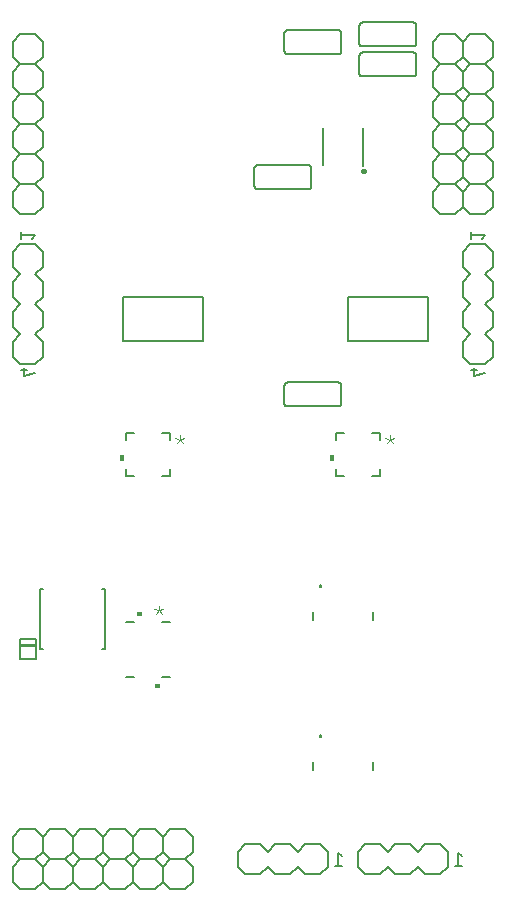
<source format=gbo>
G75*
%MOIN*%
%OFA0B0*%
%FSLAX25Y25*%
%IPPOS*%
%LPD*%
%AMOC8*
5,1,8,0,0,1.08239X$1,22.5*
%
%ADD10C,0.00600*%
%ADD11C,0.00100*%
%ADD12C,0.00300*%
%ADD13C,0.00500*%
%ADD14C,0.00800*%
%ADD15C,0.01200*%
D10*
X0008200Y0008500D02*
X0010700Y0006000D01*
X0015700Y0006000D01*
X0018200Y0008500D01*
X0020700Y0006000D01*
X0025700Y0006000D01*
X0028200Y0008500D01*
X0030700Y0006000D01*
X0035700Y0006000D01*
X0038200Y0008500D01*
X0040700Y0006000D01*
X0045700Y0006000D01*
X0048200Y0008500D01*
X0050700Y0006000D01*
X0055700Y0006000D01*
X0058200Y0008500D01*
X0060700Y0006000D01*
X0065700Y0006000D01*
X0068200Y0008500D01*
X0068200Y0013500D01*
X0065700Y0016000D01*
X0060700Y0016000D01*
X0058200Y0013500D01*
X0055700Y0016000D01*
X0050700Y0016000D01*
X0048200Y0013500D01*
X0045700Y0016000D01*
X0040700Y0016000D01*
X0038200Y0013500D01*
X0038200Y0008500D01*
X0038200Y0013500D01*
X0035700Y0016000D01*
X0030700Y0016000D01*
X0028200Y0013500D01*
X0025700Y0016000D01*
X0020700Y0016000D01*
X0018200Y0013500D01*
X0015700Y0016000D01*
X0010700Y0016000D01*
X0008200Y0013500D01*
X0008200Y0008500D01*
X0010700Y0016000D02*
X0008200Y0018500D01*
X0008200Y0023500D01*
X0010700Y0026000D01*
X0015700Y0026000D01*
X0018200Y0023500D01*
X0020700Y0026000D01*
X0025700Y0026000D01*
X0028200Y0023500D01*
X0028200Y0018500D01*
X0025700Y0016000D01*
X0020700Y0016000D01*
X0018200Y0018500D01*
X0018200Y0023500D01*
X0018200Y0018500D02*
X0015700Y0016000D01*
X0010700Y0016000D01*
X0018200Y0013500D02*
X0018200Y0008500D01*
X0028200Y0008500D02*
X0028200Y0013500D01*
X0030700Y0016000D02*
X0035700Y0016000D01*
X0038200Y0018500D01*
X0040700Y0016000D01*
X0045700Y0016000D01*
X0048200Y0018500D01*
X0050700Y0016000D01*
X0055700Y0016000D01*
X0058200Y0018500D01*
X0060700Y0016000D01*
X0065700Y0016000D01*
X0068200Y0018500D01*
X0068200Y0023500D01*
X0065700Y0026000D01*
X0060700Y0026000D01*
X0058200Y0023500D01*
X0055700Y0026000D01*
X0050700Y0026000D01*
X0048200Y0023500D01*
X0045700Y0026000D01*
X0040700Y0026000D01*
X0038200Y0023500D01*
X0035700Y0026000D01*
X0030700Y0026000D01*
X0028200Y0023500D01*
X0028200Y0018500D02*
X0030700Y0016000D01*
X0038200Y0018500D02*
X0038200Y0023500D01*
X0048200Y0023500D02*
X0048200Y0018500D01*
X0048200Y0013500D02*
X0048200Y0008500D01*
X0058200Y0008500D02*
X0058200Y0013500D01*
X0058200Y0018500D02*
X0058200Y0023500D01*
X0083200Y0018500D02*
X0083200Y0013500D01*
X0085700Y0011000D01*
X0090700Y0011000D01*
X0093200Y0013500D01*
X0095700Y0011000D01*
X0100700Y0011000D01*
X0103200Y0013500D01*
X0105700Y0011000D01*
X0110700Y0011000D01*
X0113200Y0013500D01*
X0113200Y0018500D01*
X0110700Y0021000D01*
X0105700Y0021000D01*
X0103200Y0018500D01*
X0100700Y0021000D01*
X0095700Y0021000D01*
X0093200Y0018500D01*
X0090700Y0021000D01*
X0085700Y0021000D01*
X0083200Y0018500D01*
X0108200Y0045900D02*
X0108200Y0048600D01*
X0110700Y0056800D02*
X0110666Y0056802D01*
X0110633Y0056808D01*
X0110601Y0056817D01*
X0110570Y0056830D01*
X0110540Y0056846D01*
X0110513Y0056865D01*
X0110488Y0056888D01*
X0110465Y0056913D01*
X0110446Y0056940D01*
X0110430Y0056970D01*
X0110417Y0057001D01*
X0110408Y0057033D01*
X0110402Y0057066D01*
X0110400Y0057100D01*
X0110402Y0057134D01*
X0110408Y0057167D01*
X0110417Y0057199D01*
X0110430Y0057230D01*
X0110446Y0057260D01*
X0110465Y0057287D01*
X0110488Y0057312D01*
X0110513Y0057335D01*
X0110540Y0057354D01*
X0110570Y0057370D01*
X0110601Y0057383D01*
X0110633Y0057392D01*
X0110666Y0057398D01*
X0110700Y0057400D01*
X0110734Y0057398D01*
X0110767Y0057392D01*
X0110799Y0057383D01*
X0110830Y0057370D01*
X0110860Y0057354D01*
X0110887Y0057335D01*
X0110912Y0057312D01*
X0110935Y0057287D01*
X0110954Y0057260D01*
X0110970Y0057230D01*
X0110983Y0057199D01*
X0110992Y0057167D01*
X0110998Y0057134D01*
X0111000Y0057100D01*
X0110998Y0057066D01*
X0110992Y0057033D01*
X0110983Y0057001D01*
X0110970Y0056970D01*
X0110954Y0056940D01*
X0110935Y0056913D01*
X0110912Y0056888D01*
X0110887Y0056865D01*
X0110860Y0056846D01*
X0110830Y0056830D01*
X0110799Y0056817D01*
X0110767Y0056808D01*
X0110734Y0056802D01*
X0110700Y0056800D01*
X0128200Y0048600D02*
X0128200Y0045900D01*
X0125700Y0021000D02*
X0123200Y0018500D01*
X0123200Y0013500D01*
X0125700Y0011000D01*
X0130700Y0011000D01*
X0133200Y0013500D01*
X0135700Y0011000D01*
X0140700Y0011000D01*
X0143200Y0013500D01*
X0145700Y0011000D01*
X0150700Y0011000D01*
X0153200Y0013500D01*
X0153200Y0018500D01*
X0150700Y0021000D01*
X0145700Y0021000D01*
X0143200Y0018500D01*
X0140700Y0021000D01*
X0135700Y0021000D01*
X0133200Y0018500D01*
X0130700Y0021000D01*
X0125700Y0021000D01*
X0128200Y0095900D02*
X0128200Y0098600D01*
X0110700Y0106800D02*
X0110666Y0106802D01*
X0110633Y0106808D01*
X0110601Y0106817D01*
X0110570Y0106830D01*
X0110540Y0106846D01*
X0110513Y0106865D01*
X0110488Y0106888D01*
X0110465Y0106913D01*
X0110446Y0106940D01*
X0110430Y0106970D01*
X0110417Y0107001D01*
X0110408Y0107033D01*
X0110402Y0107066D01*
X0110400Y0107100D01*
X0110402Y0107134D01*
X0110408Y0107167D01*
X0110417Y0107199D01*
X0110430Y0107230D01*
X0110446Y0107260D01*
X0110465Y0107287D01*
X0110488Y0107312D01*
X0110513Y0107335D01*
X0110540Y0107354D01*
X0110570Y0107370D01*
X0110601Y0107383D01*
X0110633Y0107392D01*
X0110666Y0107398D01*
X0110700Y0107400D01*
X0110734Y0107398D01*
X0110767Y0107392D01*
X0110799Y0107383D01*
X0110830Y0107370D01*
X0110860Y0107354D01*
X0110887Y0107335D01*
X0110912Y0107312D01*
X0110935Y0107287D01*
X0110954Y0107260D01*
X0110970Y0107230D01*
X0110983Y0107199D01*
X0110992Y0107167D01*
X0110998Y0107134D01*
X0111000Y0107100D01*
X0110998Y0107066D01*
X0110992Y0107033D01*
X0110983Y0107001D01*
X0110970Y0106970D01*
X0110954Y0106940D01*
X0110935Y0106913D01*
X0110912Y0106888D01*
X0110887Y0106865D01*
X0110860Y0106846D01*
X0110830Y0106830D01*
X0110799Y0106817D01*
X0110767Y0106808D01*
X0110734Y0106802D01*
X0110700Y0106800D01*
X0108200Y0098600D02*
X0108200Y0095900D01*
X0116000Y0143800D02*
X0118400Y0143800D01*
X0116000Y0143800D02*
X0116000Y0146200D01*
X0116000Y0155800D02*
X0116000Y0158200D01*
X0118400Y0158200D01*
X0116700Y0167000D02*
X0099700Y0167000D01*
X0099640Y0167002D01*
X0099579Y0167007D01*
X0099520Y0167016D01*
X0099461Y0167029D01*
X0099402Y0167045D01*
X0099345Y0167065D01*
X0099290Y0167088D01*
X0099235Y0167115D01*
X0099183Y0167144D01*
X0099132Y0167177D01*
X0099083Y0167213D01*
X0099037Y0167251D01*
X0098993Y0167293D01*
X0098951Y0167337D01*
X0098913Y0167383D01*
X0098877Y0167432D01*
X0098844Y0167483D01*
X0098815Y0167535D01*
X0098788Y0167590D01*
X0098765Y0167645D01*
X0098745Y0167702D01*
X0098729Y0167761D01*
X0098716Y0167820D01*
X0098707Y0167879D01*
X0098702Y0167940D01*
X0098700Y0168000D01*
X0098700Y0174000D01*
X0098702Y0174060D01*
X0098707Y0174121D01*
X0098716Y0174180D01*
X0098729Y0174239D01*
X0098745Y0174298D01*
X0098765Y0174355D01*
X0098788Y0174410D01*
X0098815Y0174465D01*
X0098844Y0174517D01*
X0098877Y0174568D01*
X0098913Y0174617D01*
X0098951Y0174663D01*
X0098993Y0174707D01*
X0099037Y0174749D01*
X0099083Y0174787D01*
X0099132Y0174823D01*
X0099183Y0174856D01*
X0099235Y0174885D01*
X0099290Y0174912D01*
X0099345Y0174935D01*
X0099402Y0174955D01*
X0099461Y0174971D01*
X0099520Y0174984D01*
X0099579Y0174993D01*
X0099640Y0174998D01*
X0099700Y0175000D01*
X0116700Y0175000D01*
X0116760Y0174998D01*
X0116821Y0174993D01*
X0116880Y0174984D01*
X0116939Y0174971D01*
X0116998Y0174955D01*
X0117055Y0174935D01*
X0117110Y0174912D01*
X0117165Y0174885D01*
X0117217Y0174856D01*
X0117268Y0174823D01*
X0117317Y0174787D01*
X0117363Y0174749D01*
X0117407Y0174707D01*
X0117449Y0174663D01*
X0117487Y0174617D01*
X0117523Y0174568D01*
X0117556Y0174517D01*
X0117585Y0174465D01*
X0117612Y0174410D01*
X0117635Y0174355D01*
X0117655Y0174298D01*
X0117671Y0174239D01*
X0117684Y0174180D01*
X0117693Y0174121D01*
X0117698Y0174060D01*
X0117700Y0174000D01*
X0117700Y0168000D01*
X0117698Y0167940D01*
X0117693Y0167879D01*
X0117684Y0167820D01*
X0117671Y0167761D01*
X0117655Y0167702D01*
X0117635Y0167645D01*
X0117612Y0167590D01*
X0117585Y0167535D01*
X0117556Y0167483D01*
X0117523Y0167432D01*
X0117487Y0167383D01*
X0117449Y0167337D01*
X0117407Y0167293D01*
X0117363Y0167251D01*
X0117317Y0167213D01*
X0117268Y0167177D01*
X0117217Y0167144D01*
X0117165Y0167115D01*
X0117110Y0167088D01*
X0117055Y0167065D01*
X0116998Y0167045D01*
X0116939Y0167029D01*
X0116880Y0167016D01*
X0116821Y0167007D01*
X0116760Y0167002D01*
X0116700Y0167000D01*
X0128000Y0158200D02*
X0130400Y0158200D01*
X0130400Y0155800D01*
X0130400Y0146200D02*
X0130400Y0143800D01*
X0128000Y0143800D01*
X0120000Y0188700D02*
X0120000Y0203300D01*
X0146400Y0203300D01*
X0146400Y0188700D01*
X0120000Y0188700D01*
X0150700Y0231000D02*
X0148200Y0233500D01*
X0148200Y0238500D01*
X0150700Y0241000D01*
X0148200Y0243500D01*
X0148200Y0248500D01*
X0150700Y0251000D01*
X0155700Y0251000D01*
X0158200Y0248500D01*
X0158200Y0243500D01*
X0160700Y0241000D01*
X0158200Y0238500D01*
X0158200Y0233500D01*
X0160700Y0231000D01*
X0165700Y0231000D01*
X0168200Y0233500D01*
X0168200Y0238500D01*
X0165700Y0241000D01*
X0168200Y0243500D01*
X0168200Y0248500D01*
X0165700Y0251000D01*
X0160700Y0251000D01*
X0158200Y0248500D01*
X0158200Y0243500D01*
X0155700Y0241000D01*
X0150700Y0241000D01*
X0155700Y0241000D02*
X0158200Y0238500D01*
X0158200Y0233500D01*
X0155700Y0231000D01*
X0150700Y0231000D01*
X0160700Y0221000D02*
X0158200Y0218500D01*
X0158200Y0213500D01*
X0160700Y0211000D01*
X0158200Y0208500D01*
X0158200Y0203500D01*
X0160700Y0201000D01*
X0158200Y0198500D01*
X0158200Y0193500D01*
X0160700Y0191000D01*
X0158200Y0188500D01*
X0158200Y0183500D01*
X0160700Y0181000D01*
X0165700Y0181000D01*
X0168200Y0183500D01*
X0168200Y0188500D01*
X0165700Y0191000D01*
X0168200Y0193500D01*
X0168200Y0198500D01*
X0165700Y0201000D01*
X0168200Y0203500D01*
X0168200Y0208500D01*
X0165700Y0211000D01*
X0168200Y0213500D01*
X0168200Y0218500D01*
X0165700Y0221000D01*
X0160700Y0221000D01*
X0160700Y0241000D02*
X0165700Y0241000D01*
X0165700Y0251000D02*
X0168200Y0253500D01*
X0168200Y0258500D01*
X0165700Y0261000D01*
X0168200Y0263500D01*
X0168200Y0268500D01*
X0165700Y0271000D01*
X0168200Y0273500D01*
X0168200Y0278500D01*
X0165700Y0281000D01*
X0168200Y0283500D01*
X0168200Y0288500D01*
X0165700Y0291000D01*
X0160700Y0291000D01*
X0158200Y0288500D01*
X0158200Y0283500D01*
X0160700Y0281000D01*
X0158200Y0278500D01*
X0158200Y0273500D01*
X0160700Y0271000D01*
X0158200Y0268500D01*
X0158200Y0263500D01*
X0160700Y0261000D01*
X0158200Y0258500D01*
X0158200Y0253500D01*
X0160700Y0251000D01*
X0158200Y0253500D02*
X0158200Y0258500D01*
X0155700Y0261000D01*
X0158200Y0263500D01*
X0158200Y0268500D01*
X0155700Y0271000D01*
X0158200Y0273500D01*
X0158200Y0278500D01*
X0155700Y0281000D01*
X0158200Y0283500D01*
X0158200Y0288500D01*
X0155700Y0291000D01*
X0150700Y0291000D01*
X0148200Y0288500D01*
X0148200Y0283500D01*
X0150700Y0281000D01*
X0148200Y0278500D01*
X0148200Y0273500D01*
X0150700Y0271000D01*
X0148200Y0268500D01*
X0148200Y0263500D01*
X0150700Y0261000D01*
X0148200Y0258500D01*
X0148200Y0253500D01*
X0150700Y0251000D01*
X0155700Y0251000D02*
X0158200Y0253500D01*
X0155700Y0261000D02*
X0150700Y0261000D01*
X0150700Y0271000D02*
X0155700Y0271000D01*
X0160700Y0271000D02*
X0165700Y0271000D01*
X0165700Y0261000D02*
X0160700Y0261000D01*
X0160700Y0281000D02*
X0165700Y0281000D01*
X0155700Y0281000D02*
X0150700Y0281000D01*
X0142700Y0284000D02*
X0142700Y0278000D01*
X0142698Y0277940D01*
X0142693Y0277879D01*
X0142684Y0277820D01*
X0142671Y0277761D01*
X0142655Y0277702D01*
X0142635Y0277645D01*
X0142612Y0277590D01*
X0142585Y0277535D01*
X0142556Y0277483D01*
X0142523Y0277432D01*
X0142487Y0277383D01*
X0142449Y0277337D01*
X0142407Y0277293D01*
X0142363Y0277251D01*
X0142317Y0277213D01*
X0142268Y0277177D01*
X0142217Y0277144D01*
X0142165Y0277115D01*
X0142110Y0277088D01*
X0142055Y0277065D01*
X0141998Y0277045D01*
X0141939Y0277029D01*
X0141880Y0277016D01*
X0141821Y0277007D01*
X0141760Y0277002D01*
X0141700Y0277000D01*
X0124700Y0277000D01*
X0124640Y0277002D01*
X0124579Y0277007D01*
X0124520Y0277016D01*
X0124461Y0277029D01*
X0124402Y0277045D01*
X0124345Y0277065D01*
X0124290Y0277088D01*
X0124235Y0277115D01*
X0124183Y0277144D01*
X0124132Y0277177D01*
X0124083Y0277213D01*
X0124037Y0277251D01*
X0123993Y0277293D01*
X0123951Y0277337D01*
X0123913Y0277383D01*
X0123877Y0277432D01*
X0123844Y0277483D01*
X0123815Y0277535D01*
X0123788Y0277590D01*
X0123765Y0277645D01*
X0123745Y0277702D01*
X0123729Y0277761D01*
X0123716Y0277820D01*
X0123707Y0277879D01*
X0123702Y0277940D01*
X0123700Y0278000D01*
X0123700Y0284000D01*
X0123702Y0284060D01*
X0123707Y0284121D01*
X0123716Y0284180D01*
X0123729Y0284239D01*
X0123745Y0284298D01*
X0123765Y0284355D01*
X0123788Y0284410D01*
X0123815Y0284465D01*
X0123844Y0284517D01*
X0123877Y0284568D01*
X0123913Y0284617D01*
X0123951Y0284663D01*
X0123993Y0284707D01*
X0124037Y0284749D01*
X0124083Y0284787D01*
X0124132Y0284823D01*
X0124183Y0284856D01*
X0124235Y0284885D01*
X0124290Y0284912D01*
X0124345Y0284935D01*
X0124402Y0284955D01*
X0124461Y0284971D01*
X0124520Y0284984D01*
X0124579Y0284993D01*
X0124640Y0284998D01*
X0124700Y0285000D01*
X0141700Y0285000D01*
X0141760Y0284998D01*
X0141821Y0284993D01*
X0141880Y0284984D01*
X0141939Y0284971D01*
X0141998Y0284955D01*
X0142055Y0284935D01*
X0142110Y0284912D01*
X0142165Y0284885D01*
X0142217Y0284856D01*
X0142268Y0284823D01*
X0142317Y0284787D01*
X0142363Y0284749D01*
X0142407Y0284707D01*
X0142449Y0284663D01*
X0142487Y0284617D01*
X0142523Y0284568D01*
X0142556Y0284517D01*
X0142585Y0284465D01*
X0142612Y0284410D01*
X0142635Y0284355D01*
X0142655Y0284298D01*
X0142671Y0284239D01*
X0142684Y0284180D01*
X0142693Y0284121D01*
X0142698Y0284060D01*
X0142700Y0284000D01*
X0141700Y0287000D02*
X0124700Y0287000D01*
X0124640Y0287002D01*
X0124579Y0287007D01*
X0124520Y0287016D01*
X0124461Y0287029D01*
X0124402Y0287045D01*
X0124345Y0287065D01*
X0124290Y0287088D01*
X0124235Y0287115D01*
X0124183Y0287144D01*
X0124132Y0287177D01*
X0124083Y0287213D01*
X0124037Y0287251D01*
X0123993Y0287293D01*
X0123951Y0287337D01*
X0123913Y0287383D01*
X0123877Y0287432D01*
X0123844Y0287483D01*
X0123815Y0287535D01*
X0123788Y0287590D01*
X0123765Y0287645D01*
X0123745Y0287702D01*
X0123729Y0287761D01*
X0123716Y0287820D01*
X0123707Y0287879D01*
X0123702Y0287940D01*
X0123700Y0288000D01*
X0123700Y0294000D01*
X0123702Y0294060D01*
X0123707Y0294121D01*
X0123716Y0294180D01*
X0123729Y0294239D01*
X0123745Y0294298D01*
X0123765Y0294355D01*
X0123788Y0294410D01*
X0123815Y0294465D01*
X0123844Y0294517D01*
X0123877Y0294568D01*
X0123913Y0294617D01*
X0123951Y0294663D01*
X0123993Y0294707D01*
X0124037Y0294749D01*
X0124083Y0294787D01*
X0124132Y0294823D01*
X0124183Y0294856D01*
X0124235Y0294885D01*
X0124290Y0294912D01*
X0124345Y0294935D01*
X0124402Y0294955D01*
X0124461Y0294971D01*
X0124520Y0294984D01*
X0124579Y0294993D01*
X0124640Y0294998D01*
X0124700Y0295000D01*
X0141700Y0295000D01*
X0141760Y0294998D01*
X0141821Y0294993D01*
X0141880Y0294984D01*
X0141939Y0294971D01*
X0141998Y0294955D01*
X0142055Y0294935D01*
X0142110Y0294912D01*
X0142165Y0294885D01*
X0142217Y0294856D01*
X0142268Y0294823D01*
X0142317Y0294787D01*
X0142363Y0294749D01*
X0142407Y0294707D01*
X0142449Y0294663D01*
X0142487Y0294617D01*
X0142523Y0294568D01*
X0142556Y0294517D01*
X0142585Y0294465D01*
X0142612Y0294410D01*
X0142635Y0294355D01*
X0142655Y0294298D01*
X0142671Y0294239D01*
X0142684Y0294180D01*
X0142693Y0294121D01*
X0142698Y0294060D01*
X0142700Y0294000D01*
X0142700Y0288000D01*
X0142698Y0287940D01*
X0142693Y0287879D01*
X0142684Y0287820D01*
X0142671Y0287761D01*
X0142655Y0287702D01*
X0142635Y0287645D01*
X0142612Y0287590D01*
X0142585Y0287535D01*
X0142556Y0287483D01*
X0142523Y0287432D01*
X0142487Y0287383D01*
X0142449Y0287337D01*
X0142407Y0287293D01*
X0142363Y0287251D01*
X0142317Y0287213D01*
X0142268Y0287177D01*
X0142217Y0287144D01*
X0142165Y0287115D01*
X0142110Y0287088D01*
X0142055Y0287065D01*
X0141998Y0287045D01*
X0141939Y0287029D01*
X0141880Y0287016D01*
X0141821Y0287007D01*
X0141760Y0287002D01*
X0141700Y0287000D01*
X0117700Y0285500D02*
X0117700Y0291500D01*
X0117698Y0291560D01*
X0117693Y0291621D01*
X0117684Y0291680D01*
X0117671Y0291739D01*
X0117655Y0291798D01*
X0117635Y0291855D01*
X0117612Y0291910D01*
X0117585Y0291965D01*
X0117556Y0292017D01*
X0117523Y0292068D01*
X0117487Y0292117D01*
X0117449Y0292163D01*
X0117407Y0292207D01*
X0117363Y0292249D01*
X0117317Y0292287D01*
X0117268Y0292323D01*
X0117217Y0292356D01*
X0117165Y0292385D01*
X0117110Y0292412D01*
X0117055Y0292435D01*
X0116998Y0292455D01*
X0116939Y0292471D01*
X0116880Y0292484D01*
X0116821Y0292493D01*
X0116760Y0292498D01*
X0116700Y0292500D01*
X0099700Y0292500D01*
X0099640Y0292498D01*
X0099579Y0292493D01*
X0099520Y0292484D01*
X0099461Y0292471D01*
X0099402Y0292455D01*
X0099345Y0292435D01*
X0099290Y0292412D01*
X0099235Y0292385D01*
X0099183Y0292356D01*
X0099132Y0292323D01*
X0099083Y0292287D01*
X0099037Y0292249D01*
X0098993Y0292207D01*
X0098951Y0292163D01*
X0098913Y0292117D01*
X0098877Y0292068D01*
X0098844Y0292017D01*
X0098815Y0291965D01*
X0098788Y0291910D01*
X0098765Y0291855D01*
X0098745Y0291798D01*
X0098729Y0291739D01*
X0098716Y0291680D01*
X0098707Y0291621D01*
X0098702Y0291560D01*
X0098700Y0291500D01*
X0098700Y0285500D01*
X0098702Y0285440D01*
X0098707Y0285379D01*
X0098716Y0285320D01*
X0098729Y0285261D01*
X0098745Y0285202D01*
X0098765Y0285145D01*
X0098788Y0285090D01*
X0098815Y0285035D01*
X0098844Y0284983D01*
X0098877Y0284932D01*
X0098913Y0284883D01*
X0098951Y0284837D01*
X0098993Y0284793D01*
X0099037Y0284751D01*
X0099083Y0284713D01*
X0099132Y0284677D01*
X0099183Y0284644D01*
X0099235Y0284615D01*
X0099290Y0284588D01*
X0099345Y0284565D01*
X0099402Y0284545D01*
X0099461Y0284529D01*
X0099520Y0284516D01*
X0099579Y0284507D01*
X0099640Y0284502D01*
X0099700Y0284500D01*
X0116700Y0284500D01*
X0116760Y0284502D01*
X0116821Y0284507D01*
X0116880Y0284516D01*
X0116939Y0284529D01*
X0116998Y0284545D01*
X0117055Y0284565D01*
X0117110Y0284588D01*
X0117165Y0284615D01*
X0117217Y0284644D01*
X0117268Y0284677D01*
X0117317Y0284713D01*
X0117363Y0284751D01*
X0117407Y0284793D01*
X0117449Y0284837D01*
X0117487Y0284883D01*
X0117523Y0284932D01*
X0117556Y0284983D01*
X0117585Y0285035D01*
X0117612Y0285090D01*
X0117635Y0285145D01*
X0117655Y0285202D01*
X0117671Y0285261D01*
X0117684Y0285320D01*
X0117693Y0285379D01*
X0117698Y0285440D01*
X0117700Y0285500D01*
X0106700Y0247500D02*
X0089700Y0247500D01*
X0089640Y0247498D01*
X0089579Y0247493D01*
X0089520Y0247484D01*
X0089461Y0247471D01*
X0089402Y0247455D01*
X0089345Y0247435D01*
X0089290Y0247412D01*
X0089235Y0247385D01*
X0089183Y0247356D01*
X0089132Y0247323D01*
X0089083Y0247287D01*
X0089037Y0247249D01*
X0088993Y0247207D01*
X0088951Y0247163D01*
X0088913Y0247117D01*
X0088877Y0247068D01*
X0088844Y0247017D01*
X0088815Y0246965D01*
X0088788Y0246910D01*
X0088765Y0246855D01*
X0088745Y0246798D01*
X0088729Y0246739D01*
X0088716Y0246680D01*
X0088707Y0246621D01*
X0088702Y0246560D01*
X0088700Y0246500D01*
X0088700Y0240500D01*
X0088702Y0240440D01*
X0088707Y0240379D01*
X0088716Y0240320D01*
X0088729Y0240261D01*
X0088745Y0240202D01*
X0088765Y0240145D01*
X0088788Y0240090D01*
X0088815Y0240035D01*
X0088844Y0239983D01*
X0088877Y0239932D01*
X0088913Y0239883D01*
X0088951Y0239837D01*
X0088993Y0239793D01*
X0089037Y0239751D01*
X0089083Y0239713D01*
X0089132Y0239677D01*
X0089183Y0239644D01*
X0089235Y0239615D01*
X0089290Y0239588D01*
X0089345Y0239565D01*
X0089402Y0239545D01*
X0089461Y0239529D01*
X0089520Y0239516D01*
X0089579Y0239507D01*
X0089640Y0239502D01*
X0089700Y0239500D01*
X0106700Y0239500D01*
X0106760Y0239502D01*
X0106821Y0239507D01*
X0106880Y0239516D01*
X0106939Y0239529D01*
X0106998Y0239545D01*
X0107055Y0239565D01*
X0107110Y0239588D01*
X0107165Y0239615D01*
X0107217Y0239644D01*
X0107268Y0239677D01*
X0107317Y0239713D01*
X0107363Y0239751D01*
X0107407Y0239793D01*
X0107449Y0239837D01*
X0107487Y0239883D01*
X0107523Y0239932D01*
X0107556Y0239983D01*
X0107585Y0240035D01*
X0107612Y0240090D01*
X0107635Y0240145D01*
X0107655Y0240202D01*
X0107671Y0240261D01*
X0107684Y0240320D01*
X0107693Y0240379D01*
X0107698Y0240440D01*
X0107700Y0240500D01*
X0107700Y0246500D01*
X0107698Y0246560D01*
X0107693Y0246621D01*
X0107684Y0246680D01*
X0107671Y0246739D01*
X0107655Y0246798D01*
X0107635Y0246855D01*
X0107612Y0246910D01*
X0107585Y0246965D01*
X0107556Y0247017D01*
X0107523Y0247068D01*
X0107487Y0247117D01*
X0107449Y0247163D01*
X0107407Y0247207D01*
X0107363Y0247249D01*
X0107317Y0247287D01*
X0107268Y0247323D01*
X0107217Y0247356D01*
X0107165Y0247385D01*
X0107110Y0247412D01*
X0107055Y0247435D01*
X0106998Y0247455D01*
X0106939Y0247471D01*
X0106880Y0247484D01*
X0106821Y0247493D01*
X0106760Y0247498D01*
X0106700Y0247500D01*
X0071400Y0203300D02*
X0071400Y0188700D01*
X0045000Y0188700D01*
X0045000Y0203300D01*
X0071400Y0203300D01*
X0060400Y0158200D02*
X0058000Y0158200D01*
X0060400Y0158200D02*
X0060400Y0155800D01*
X0060400Y0146200D02*
X0060400Y0143800D01*
X0058000Y0143800D01*
X0048400Y0143800D02*
X0046000Y0143800D01*
X0046000Y0146200D01*
X0046000Y0155800D02*
X0046000Y0158200D01*
X0048400Y0158200D01*
X0018200Y0183500D02*
X0018200Y0188500D01*
X0015700Y0191000D01*
X0018200Y0193500D01*
X0018200Y0198500D01*
X0015700Y0201000D01*
X0018200Y0203500D01*
X0018200Y0208500D01*
X0015700Y0211000D01*
X0018200Y0213500D01*
X0018200Y0218500D01*
X0015700Y0221000D01*
X0010700Y0221000D01*
X0008200Y0218500D01*
X0008200Y0213500D01*
X0010700Y0211000D01*
X0008200Y0208500D01*
X0008200Y0203500D01*
X0010700Y0201000D01*
X0008200Y0198500D01*
X0008200Y0193500D01*
X0010700Y0191000D01*
X0008200Y0188500D01*
X0008200Y0183500D01*
X0010700Y0181000D01*
X0015700Y0181000D01*
X0018200Y0183500D01*
X0015700Y0231000D02*
X0010700Y0231000D01*
X0008200Y0233500D01*
X0008200Y0238500D01*
X0010700Y0241000D01*
X0008200Y0243500D01*
X0008200Y0248500D01*
X0010700Y0251000D01*
X0015700Y0251000D01*
X0018200Y0248500D01*
X0018200Y0243500D01*
X0015700Y0241000D01*
X0010700Y0241000D01*
X0015700Y0241000D02*
X0018200Y0238500D01*
X0018200Y0233500D01*
X0015700Y0231000D01*
X0015700Y0251000D02*
X0018200Y0253500D01*
X0018200Y0258500D01*
X0015700Y0261000D01*
X0018200Y0263500D01*
X0018200Y0268500D01*
X0015700Y0271000D01*
X0018200Y0273500D01*
X0018200Y0278500D01*
X0015700Y0281000D01*
X0018200Y0283500D01*
X0018200Y0288500D01*
X0015700Y0291000D01*
X0010700Y0291000D01*
X0008200Y0288500D01*
X0008200Y0283500D01*
X0010700Y0281000D01*
X0008200Y0278500D01*
X0008200Y0273500D01*
X0010700Y0271000D01*
X0008200Y0268500D01*
X0008200Y0263500D01*
X0010700Y0261000D01*
X0008200Y0258500D01*
X0008200Y0253500D01*
X0010700Y0251000D01*
X0010700Y0261000D02*
X0015700Y0261000D01*
X0015700Y0271000D02*
X0010700Y0271000D01*
X0010700Y0281000D02*
X0015700Y0281000D01*
X0046000Y0095200D02*
X0048400Y0095200D01*
X0048400Y0076800D02*
X0046000Y0076800D01*
X0058000Y0076800D02*
X0060400Y0076800D01*
X0060400Y0095200D02*
X0058000Y0095200D01*
D11*
X0050997Y0097433D02*
X0049497Y0097433D01*
X0049497Y0098433D01*
X0050997Y0098433D01*
X0050997Y0097433D01*
X0050997Y0097517D02*
X0049497Y0097517D01*
X0049497Y0097616D02*
X0050997Y0097616D01*
X0050997Y0097714D02*
X0049497Y0097714D01*
X0049497Y0097813D02*
X0050997Y0097813D01*
X0050997Y0097911D02*
X0049497Y0097911D01*
X0049497Y0098010D02*
X0050997Y0098010D01*
X0050997Y0098108D02*
X0049497Y0098108D01*
X0049497Y0098207D02*
X0050997Y0098207D01*
X0050997Y0098305D02*
X0049497Y0098305D01*
X0049497Y0098404D02*
X0050997Y0098404D01*
X0055403Y0074567D02*
X0056903Y0074567D01*
X0056903Y0073567D01*
X0055403Y0073567D01*
X0055403Y0074567D01*
X0055403Y0074564D02*
X0056903Y0074564D01*
X0056903Y0074465D02*
X0055403Y0074465D01*
X0055403Y0074367D02*
X0056903Y0074367D01*
X0056903Y0074268D02*
X0055403Y0074268D01*
X0055403Y0074170D02*
X0056903Y0074170D01*
X0056903Y0074071D02*
X0055403Y0074071D01*
X0055403Y0073973D02*
X0056903Y0073973D01*
X0056903Y0073874D02*
X0055403Y0073874D01*
X0055403Y0073776D02*
X0056903Y0073776D01*
X0056903Y0073677D02*
X0055403Y0073677D01*
X0055403Y0073579D02*
X0056903Y0073579D01*
X0044720Y0149266D02*
X0044720Y0150766D01*
X0043720Y0150766D01*
X0043720Y0149266D01*
X0044720Y0149266D01*
X0044720Y0149334D02*
X0043720Y0149334D01*
X0043720Y0149432D02*
X0044720Y0149432D01*
X0044720Y0149531D02*
X0043720Y0149531D01*
X0043720Y0149630D02*
X0044720Y0149630D01*
X0044720Y0149728D02*
X0043720Y0149728D01*
X0043720Y0149827D02*
X0044720Y0149827D01*
X0044720Y0149925D02*
X0043720Y0149925D01*
X0043720Y0150024D02*
X0044720Y0150024D01*
X0044720Y0150122D02*
X0043720Y0150122D01*
X0043720Y0150221D02*
X0044720Y0150221D01*
X0044720Y0150319D02*
X0043720Y0150319D01*
X0043720Y0150418D02*
X0044720Y0150418D01*
X0044720Y0150516D02*
X0043720Y0150516D01*
X0043720Y0150615D02*
X0044720Y0150615D01*
X0044720Y0150713D02*
X0043720Y0150713D01*
X0113720Y0150713D02*
X0114720Y0150713D01*
X0114720Y0150766D02*
X0113720Y0150766D01*
X0113720Y0149266D01*
X0114720Y0149266D01*
X0114720Y0150766D01*
X0114720Y0150615D02*
X0113720Y0150615D01*
X0113720Y0150516D02*
X0114720Y0150516D01*
X0114720Y0150418D02*
X0113720Y0150418D01*
X0113720Y0150319D02*
X0114720Y0150319D01*
X0114720Y0150221D02*
X0113720Y0150221D01*
X0113720Y0150122D02*
X0114720Y0150122D01*
X0114720Y0150024D02*
X0113720Y0150024D01*
X0113720Y0149925D02*
X0114720Y0149925D01*
X0114720Y0149827D02*
X0113720Y0149827D01*
X0113720Y0149728D02*
X0114720Y0149728D01*
X0114720Y0149630D02*
X0113720Y0149630D01*
X0113720Y0149531D02*
X0114720Y0149531D01*
X0114720Y0149432D02*
X0113720Y0149432D01*
X0113720Y0149334D02*
X0114720Y0149334D01*
D12*
X0132378Y0156400D02*
X0133814Y0155878D01*
X0135250Y0156400D01*
X0133814Y0155878D02*
X0134728Y0154703D01*
X0133814Y0155878D02*
X0133814Y0157444D01*
X0133814Y0155878D02*
X0132900Y0154703D01*
X0065250Y0156400D02*
X0063814Y0155878D01*
X0062378Y0156400D01*
X0063814Y0155878D02*
X0062900Y0154703D01*
X0063814Y0155878D02*
X0063814Y0157444D01*
X0063814Y0155878D02*
X0064728Y0154703D01*
X0056814Y0100544D02*
X0056814Y0098978D01*
X0058250Y0099500D01*
X0056814Y0098978D02*
X0057728Y0097803D01*
X0056814Y0098978D02*
X0055378Y0099500D01*
X0056814Y0098978D02*
X0055900Y0097803D01*
D13*
X0015759Y0089346D02*
X0015759Y0082654D01*
X0010641Y0082654D01*
X0010641Y0089346D01*
X0015759Y0089346D01*
X0015562Y0087575D02*
X0010838Y0087575D01*
X0010838Y0087181D01*
X0015562Y0087181D01*
X0011950Y0177250D02*
X0011950Y0179750D01*
X0012950Y0179000D02*
X0010950Y0179000D01*
X0011950Y0177250D02*
X0015450Y0178250D01*
X0014450Y0222750D02*
X0015450Y0224000D01*
X0010950Y0224000D01*
X0010950Y0222750D02*
X0010950Y0225250D01*
X0116700Y0018250D02*
X0116700Y0013750D01*
X0117950Y0013750D02*
X0115450Y0013750D01*
X0117950Y0017250D02*
X0116700Y0018250D01*
X0155450Y0013750D02*
X0157950Y0013750D01*
X0156700Y0013750D02*
X0156700Y0018250D01*
X0157950Y0017250D01*
X0161950Y0177250D02*
X0161950Y0179750D01*
X0162950Y0179000D02*
X0160950Y0179000D01*
X0161950Y0177250D02*
X0165450Y0178250D01*
X0164450Y0222750D02*
X0165450Y0224000D01*
X0160950Y0224000D01*
X0160950Y0222750D02*
X0160950Y0225250D01*
D14*
X0124794Y0247201D02*
X0124794Y0259799D01*
X0111606Y0259799D02*
X0111606Y0247299D01*
X0039027Y0106039D02*
X0039027Y0085961D01*
X0038043Y0085961D01*
X0038043Y0106039D02*
X0039027Y0106039D01*
X0018357Y0106039D02*
X0017373Y0106039D01*
X0017373Y0085961D01*
X0018357Y0085961D01*
D15*
X0124976Y0245400D02*
X0124978Y0245429D01*
X0124984Y0245458D01*
X0124993Y0245486D01*
X0125006Y0245512D01*
X0125022Y0245536D01*
X0125042Y0245558D01*
X0125064Y0245578D01*
X0125088Y0245594D01*
X0125114Y0245607D01*
X0125142Y0245616D01*
X0125171Y0245622D01*
X0125200Y0245624D01*
X0125229Y0245622D01*
X0125258Y0245616D01*
X0125286Y0245607D01*
X0125312Y0245594D01*
X0125336Y0245578D01*
X0125358Y0245558D01*
X0125378Y0245536D01*
X0125394Y0245512D01*
X0125407Y0245486D01*
X0125416Y0245458D01*
X0125422Y0245429D01*
X0125424Y0245400D01*
X0125422Y0245371D01*
X0125416Y0245342D01*
X0125407Y0245314D01*
X0125394Y0245288D01*
X0125378Y0245264D01*
X0125358Y0245242D01*
X0125336Y0245222D01*
X0125312Y0245206D01*
X0125286Y0245193D01*
X0125258Y0245184D01*
X0125229Y0245178D01*
X0125200Y0245176D01*
X0125171Y0245178D01*
X0125142Y0245184D01*
X0125114Y0245193D01*
X0125088Y0245206D01*
X0125064Y0245222D01*
X0125042Y0245242D01*
X0125022Y0245264D01*
X0125006Y0245288D01*
X0124993Y0245314D01*
X0124984Y0245342D01*
X0124978Y0245371D01*
X0124976Y0245400D01*
M02*

</source>
